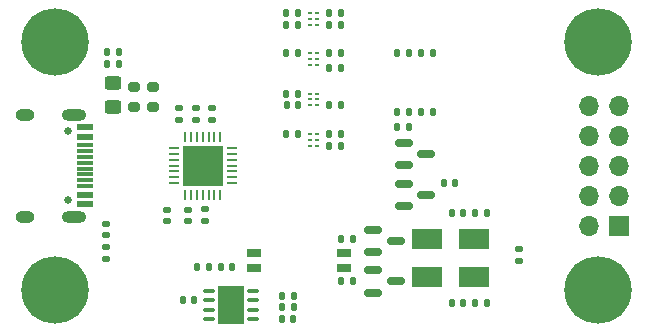
<source format=gbr>
%TF.GenerationSoftware,KiCad,Pcbnew,7.0.5*%
%TF.CreationDate,2023-08-08T23:00:51-07:00*%
%TF.ProjectId,esp32-prog,65737033-322d-4707-926f-672e6b696361,rev2*%
%TF.SameCoordinates,PX47868c0PY36d6160*%
%TF.FileFunction,Soldermask,Top*%
%TF.FilePolarity,Negative*%
%FSLAX46Y46*%
G04 Gerber Fmt 4.6, Leading zero omitted, Abs format (unit mm)*
G04 Created by KiCad (PCBNEW 7.0.5) date 2023-08-08 23:00:51*
%MOMM*%
%LPD*%
G01*
G04 APERTURE LIST*
G04 Aperture macros list*
%AMRoundRect*
0 Rectangle with rounded corners*
0 $1 Rounding radius*
0 $2 $3 $4 $5 $6 $7 $8 $9 X,Y pos of 4 corners*
0 Add a 4 corners polygon primitive as box body*
4,1,4,$2,$3,$4,$5,$6,$7,$8,$9,$2,$3,0*
0 Add four circle primitives for the rounded corners*
1,1,$1+$1,$2,$3*
1,1,$1+$1,$4,$5*
1,1,$1+$1,$6,$7*
1,1,$1+$1,$8,$9*
0 Add four rect primitives between the rounded corners*
20,1,$1+$1,$2,$3,$4,$5,0*
20,1,$1+$1,$4,$5,$6,$7,0*
20,1,$1+$1,$6,$7,$8,$9,0*
20,1,$1+$1,$8,$9,$2,$3,0*%
G04 Aperture macros list end*
%ADD10RoundRect,0.200000X0.275000X-0.200000X0.275000X0.200000X-0.275000X0.200000X-0.275000X-0.200000X0*%
%ADD11RoundRect,0.135000X-0.135000X-0.185000X0.135000X-0.185000X0.135000X0.185000X-0.135000X0.185000X0*%
%ADD12RoundRect,0.050000X-0.125000X-0.050000X0.125000X-0.050000X0.125000X0.050000X-0.125000X0.050000X0*%
%ADD13RoundRect,0.050000X-0.100000X-0.050000X0.100000X-0.050000X0.100000X0.050000X-0.100000X0.050000X0*%
%ADD14RoundRect,0.087500X0.387500X0.087500X-0.387500X0.087500X-0.387500X-0.087500X0.387500X-0.087500X0*%
%ADD15R,2.300000X3.240000*%
%ADD16R,2.500000X1.700000*%
%ADD17RoundRect,0.140000X0.140000X0.170000X-0.140000X0.170000X-0.140000X-0.170000X0.140000X-0.170000X0*%
%ADD18R,1.270000X0.760000*%
%ADD19C,0.650000*%
%ADD20R,1.450000X0.600000*%
%ADD21R,1.450000X0.300000*%
%ADD22O,2.100000X1.000000*%
%ADD23O,1.600000X1.000000*%
%ADD24RoundRect,0.135000X0.135000X0.185000X-0.135000X0.185000X-0.135000X-0.185000X0.135000X-0.185000X0*%
%ADD25RoundRect,0.140000X-0.140000X-0.170000X0.140000X-0.170000X0.140000X0.170000X-0.140000X0.170000X0*%
%ADD26C,5.700000*%
%ADD27RoundRect,0.147500X-0.147500X-0.172500X0.147500X-0.172500X0.147500X0.172500X-0.147500X0.172500X0*%
%ADD28RoundRect,0.147500X0.147500X0.172500X-0.147500X0.172500X-0.147500X-0.172500X0.147500X-0.172500X0*%
%ADD29RoundRect,0.140000X-0.170000X0.140000X-0.170000X-0.140000X0.170000X-0.140000X0.170000X0.140000X0*%
%ADD30RoundRect,0.147500X0.172500X-0.147500X0.172500X0.147500X-0.172500X0.147500X-0.172500X-0.147500X0*%
%ADD31RoundRect,0.062500X-0.337500X-0.062500X0.337500X-0.062500X0.337500X0.062500X-0.337500X0.062500X0*%
%ADD32RoundRect,0.062500X-0.062500X-0.337500X0.062500X-0.337500X0.062500X0.337500X-0.062500X0.337500X0*%
%ADD33R,3.350000X3.350000*%
%ADD34RoundRect,0.135000X0.185000X-0.135000X0.185000X0.135000X-0.185000X0.135000X-0.185000X-0.135000X0*%
%ADD35R,1.700000X1.700000*%
%ADD36O,1.700000X1.700000*%
%ADD37RoundRect,0.150000X-0.587500X-0.150000X0.587500X-0.150000X0.587500X0.150000X-0.587500X0.150000X0*%
%ADD38RoundRect,0.147500X-0.172500X0.147500X-0.172500X-0.147500X0.172500X-0.147500X0.172500X0.147500X0*%
%ADD39RoundRect,0.050000X0.125000X0.050000X-0.125000X0.050000X-0.125000X-0.050000X0.125000X-0.050000X0*%
%ADD40RoundRect,0.050000X0.100000X0.050000X-0.100000X0.050000X-0.100000X-0.050000X0.100000X-0.050000X0*%
%ADD41RoundRect,0.250000X0.450000X-0.325000X0.450000X0.325000X-0.450000X0.325000X-0.450000X-0.325000X0*%
%ADD42RoundRect,0.135000X-0.185000X0.135000X-0.185000X-0.135000X0.185000X-0.135000X0.185000X0.135000X0*%
G04 APERTURE END LIST*
D10*
%TO.C,R2*%
X11200000Y-10025000D03*
X11200000Y-8375000D03*
%TD*%
D11*
%TO.C,R26*%
X33490000Y-5500000D03*
X34510000Y-5500000D03*
%TD*%
D12*
%TO.C,U4*%
X26125000Y-2100000D03*
D13*
X26100000Y-2600000D03*
X26100000Y-3100000D03*
X26700000Y-3100000D03*
X26700000Y-2600000D03*
X26700000Y-2100000D03*
%TD*%
D14*
%TO.C,U1*%
X21300000Y-28000000D03*
X21300000Y-27200000D03*
X21300000Y-26400000D03*
X21300000Y-25600000D03*
X17500000Y-25600000D03*
X17500000Y-26400000D03*
X17500000Y-27200000D03*
X17500000Y-28000000D03*
D15*
X19400000Y-26800000D03*
%TD*%
D16*
%TO.C,D7*%
X36000000Y-24400000D03*
X40000000Y-24400000D03*
%TD*%
D17*
%TO.C,C2*%
X24680000Y-28000000D03*
X23720000Y-28000000D03*
%TD*%
D11*
%TO.C,R21*%
X27690000Y-6700000D03*
X28710000Y-6700000D03*
%TD*%
D18*
%TO.C,SW1*%
X21390000Y-22365000D03*
X21390000Y-23635000D03*
X29010000Y-23635000D03*
X29010000Y-22365000D03*
%TD*%
D19*
%TO.C,J1*%
X5600000Y-12110000D03*
X5600000Y-17890000D03*
D20*
X7045000Y-11750000D03*
X7045000Y-12550000D03*
D21*
X7045000Y-13750000D03*
X7045000Y-14750000D03*
X7045000Y-15250000D03*
X7045000Y-16250000D03*
D20*
X7045000Y-17450000D03*
X7045000Y-18250000D03*
X7045000Y-18250000D03*
X7045000Y-17450000D03*
D21*
X7045000Y-16750000D03*
X7045000Y-15750000D03*
X7045000Y-14250000D03*
X7045000Y-13250000D03*
D20*
X7045000Y-12550000D03*
X7045000Y-11750000D03*
D22*
X6130000Y-10680000D03*
D23*
X1950000Y-10680000D03*
D22*
X6130000Y-19320000D03*
D23*
X1950000Y-19320000D03*
%TD*%
D24*
%TO.C,R9*%
X41110000Y-19000000D03*
X40090000Y-19000000D03*
%TD*%
D25*
%TO.C,C1*%
X15320000Y-26400000D03*
X16280000Y-26400000D03*
%TD*%
D17*
%TO.C,C8*%
X25080000Y-9900000D03*
X24120000Y-9900000D03*
%TD*%
D26*
%TO.C,H4*%
X4500000Y-25500000D03*
%TD*%
%TO.C,H2*%
X50500000Y-4500000D03*
%TD*%
D11*
%TO.C,R15*%
X24090000Y-8900000D03*
X25110000Y-8900000D03*
%TD*%
D27*
%TO.C,D8*%
X38115000Y-26600000D03*
X39085000Y-26600000D03*
%TD*%
D24*
%TO.C,R14*%
X41110000Y-26600000D03*
X40090000Y-26600000D03*
%TD*%
D28*
%TO.C,D9*%
X36485000Y-5500000D03*
X35515000Y-5500000D03*
%TD*%
D29*
%TO.C,C4*%
X14000000Y-18720000D03*
X14000000Y-19680000D03*
%TD*%
D30*
%TO.C,D2*%
X8800000Y-22885000D03*
X8800000Y-21915000D03*
%TD*%
D11*
%TO.C,R27*%
X33490000Y-10500000D03*
X34510000Y-10500000D03*
%TD*%
D31*
%TO.C,U2*%
X14550000Y-13500000D03*
X14550000Y-14000000D03*
X14550000Y-14500000D03*
X14550000Y-15000000D03*
X14550000Y-15500000D03*
X14550000Y-16000000D03*
X14550000Y-16500000D03*
D32*
X15500000Y-17450000D03*
X16000000Y-17450000D03*
X16500000Y-17450000D03*
X17000000Y-17450000D03*
X17500000Y-17450000D03*
X18000000Y-17450000D03*
X18500000Y-17450000D03*
D31*
X19450000Y-16500000D03*
X19450000Y-16000000D03*
X19450000Y-15500000D03*
X19450000Y-15000000D03*
X19450000Y-14500000D03*
X19450000Y-14000000D03*
X19450000Y-13500000D03*
D32*
X18500000Y-12550000D03*
X18000000Y-12550000D03*
X17500000Y-12550000D03*
X17000000Y-12550000D03*
X16500000Y-12550000D03*
X16000000Y-12550000D03*
X15500000Y-12550000D03*
D33*
X17000000Y-15000000D03*
%TD*%
D34*
%TO.C,R24*%
X43750000Y-23085000D03*
X43750000Y-22065000D03*
%TD*%
%TO.C,R11*%
X16400000Y-11110000D03*
X16400000Y-10090000D03*
%TD*%
D24*
%TO.C,R19*%
X25110000Y-12300000D03*
X24090000Y-12300000D03*
%TD*%
D11*
%TO.C,R20*%
X27690000Y-9900000D03*
X28710000Y-9900000D03*
%TD*%
D26*
%TO.C,H3*%
X50500000Y-25500000D03*
%TD*%
D24*
%TO.C,R17*%
X25110000Y-5500000D03*
X24090000Y-5500000D03*
%TD*%
D25*
%TO.C,C5*%
X27720000Y-5500000D03*
X28680000Y-5500000D03*
%TD*%
D10*
%TO.C,R3*%
X12800000Y-10025000D03*
X12800000Y-8375000D03*
%TD*%
D12*
%TO.C,U3*%
X26125000Y-5500000D03*
D13*
X26100000Y-6000000D03*
X26100000Y-6500000D03*
X26700000Y-6500000D03*
X26700000Y-6000000D03*
X26700000Y-5500000D03*
%TD*%
D11*
%TO.C,R7*%
X28690000Y-21200000D03*
X29710000Y-21200000D03*
%TD*%
D35*
%TO.C,J2*%
X52275000Y-20075000D03*
D36*
X49735000Y-20075000D03*
X52275000Y-17535000D03*
X49735000Y-17535000D03*
X52275000Y-14995000D03*
X49735000Y-14995000D03*
X52275000Y-12455000D03*
X49735000Y-12455000D03*
X52275000Y-9915000D03*
X49735000Y-9915000D03*
%TD*%
D37*
%TO.C,Q4*%
X34062500Y-13050000D03*
X34062500Y-14950000D03*
X35937500Y-14000000D03*
%TD*%
D11*
%TO.C,R22*%
X27690000Y-3100000D03*
X28710000Y-3100000D03*
%TD*%
D28*
%TO.C,D10*%
X36485000Y-10500000D03*
X35515000Y-10500000D03*
%TD*%
D25*
%TO.C,C7*%
X27720000Y-12300000D03*
X28680000Y-12300000D03*
%TD*%
D11*
%TO.C,R23*%
X27690000Y-13300000D03*
X28710000Y-13300000D03*
%TD*%
D37*
%TO.C,Q3*%
X34062500Y-16550000D03*
X34062500Y-18450000D03*
X35937500Y-17500000D03*
%TD*%
D38*
%TO.C,D3*%
X8800000Y-19915000D03*
X8800000Y-20885000D03*
%TD*%
D24*
%TO.C,R4*%
X24710000Y-27000000D03*
X23690000Y-27000000D03*
%TD*%
D34*
%TO.C,R12*%
X17800000Y-11110000D03*
X17800000Y-10090000D03*
%TD*%
D28*
%TO.C,D5*%
X19485000Y-23600000D03*
X18515000Y-23600000D03*
%TD*%
D29*
%TO.C,C3*%
X15800000Y-18720000D03*
X15800000Y-19680000D03*
%TD*%
D37*
%TO.C,Q2*%
X31462500Y-23850000D03*
X31462500Y-25750000D03*
X33337500Y-24800000D03*
%TD*%
D11*
%TO.C,R10*%
X16490000Y-23600000D03*
X17510000Y-23600000D03*
%TD*%
D39*
%TO.C,U6*%
X26675000Y-9900000D03*
D40*
X26700000Y-9400000D03*
X26700000Y-8900000D03*
X26100000Y-8900000D03*
X26100000Y-9400000D03*
X26100000Y-9900000D03*
%TD*%
D11*
%TO.C,R5*%
X23690000Y-26000000D03*
X24710000Y-26000000D03*
%TD*%
%TO.C,R16*%
X24090000Y-3100000D03*
X25110000Y-3100000D03*
%TD*%
D37*
%TO.C,Q1*%
X31462500Y-20450000D03*
X31462500Y-22350000D03*
X33337500Y-21400000D03*
%TD*%
D12*
%TO.C,U5*%
X26125000Y-12300000D03*
D13*
X26100000Y-12800000D03*
X26100000Y-13300000D03*
X26700000Y-13300000D03*
X26700000Y-12800000D03*
X26700000Y-12300000D03*
%TD*%
D25*
%TO.C,C6*%
X27720000Y-2100000D03*
X28680000Y-2100000D03*
%TD*%
%TO.C,C9*%
X37445000Y-16500000D03*
X38405000Y-16500000D03*
%TD*%
D34*
%TO.C,R13*%
X15000000Y-11110000D03*
X15000000Y-10090000D03*
%TD*%
D11*
%TO.C,R1*%
X8890000Y-5400000D03*
X9910000Y-5400000D03*
%TD*%
D27*
%TO.C,D4*%
X38115000Y-19000000D03*
X39085000Y-19000000D03*
%TD*%
D28*
%TO.C,D1*%
X9885000Y-6400000D03*
X8915000Y-6400000D03*
%TD*%
D11*
%TO.C,R8*%
X28690000Y-24800000D03*
X29710000Y-24800000D03*
%TD*%
%TO.C,R25*%
X33490000Y-11700000D03*
X34510000Y-11700000D03*
%TD*%
D41*
%TO.C,L1*%
X9400000Y-10025000D03*
X9400000Y-7975000D03*
%TD*%
D16*
%TO.C,D6*%
X36000000Y-21200000D03*
X40000000Y-21200000D03*
%TD*%
D42*
%TO.C,R6*%
X17200000Y-18690000D03*
X17200000Y-19710000D03*
%TD*%
D24*
%TO.C,R18*%
X25110000Y-2100000D03*
X24090000Y-2100000D03*
%TD*%
D26*
%TO.C,H1*%
X4500000Y-4500000D03*
%TD*%
M02*

</source>
